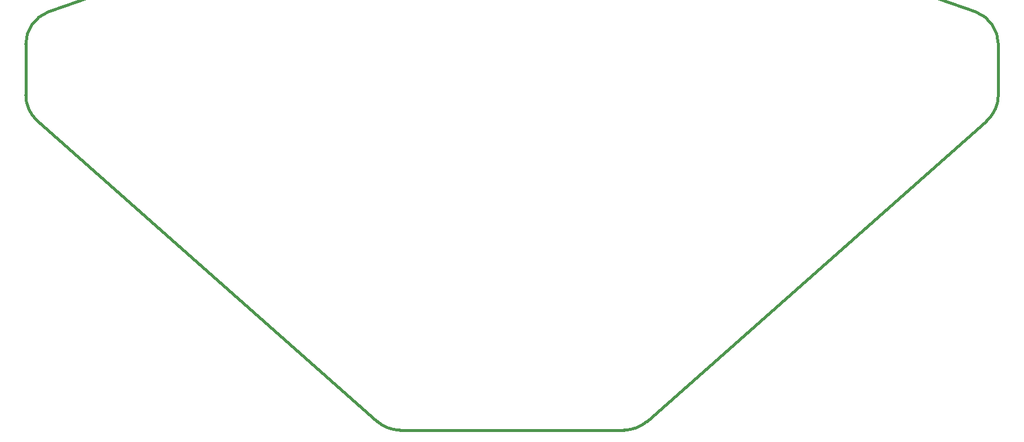
<source format=gbr>
G04 #@! TF.GenerationSoftware,KiCad,Pcbnew,5.1.4*
G04 #@! TF.CreationDate,2019-10-29T14:14:04-03:00*
G04 #@! TF.ProjectId,mswi,6d737769-2e6b-4696-9361-645f70636258,rev?*
G04 #@! TF.SameCoordinates,Original*
G04 #@! TF.FileFunction,Profile,NP*
%FSLAX46Y46*%
G04 Gerber Fmt 4.6, Leading zero omitted, Abs format (unit mm)*
G04 Created by KiCad (PCBNEW 5.1.4) date 2019-10-29 14:14:04*
%MOMM*%
%LPD*%
G04 APERTURE LIST*
%ADD10C,0.400000*%
G04 APERTURE END LIST*
D10*
X75355981Y-67650509D02*
G75*
G02X78606828Y-62966444I5000000J0D01*
G01*
X78606828Y-62966444D02*
G75*
G02X212105134Y-62966444I66749153J-178747869D01*
G01*
X212105134Y-62966444D02*
G75*
G02X215355981Y-67650509I-1749153J-4684065D01*
G01*
X215355981Y-74942563D02*
X215355981Y-67650509D01*
X215355980Y-74942563D02*
G75*
G02X213669653Y-78686835I-4999999J0D01*
G01*
X164774886Y-121958586D02*
X213669653Y-78686835D01*
X164774886Y-121958586D02*
G75*
G02X161461214Y-123214313I-3313672J3744273D01*
G01*
X129250748Y-123214313D02*
X161461214Y-123214313D01*
X129250748Y-123214313D02*
G75*
G02X125937076Y-121958586I0J5000000D01*
G01*
X77042309Y-78686835D02*
X125937076Y-121958586D01*
X77042309Y-78686836D02*
G75*
G02X75355981Y-74942563I3313672J3744273D01*
G01*
X75355981Y-67650509D02*
X75355981Y-74942563D01*
M02*

</source>
